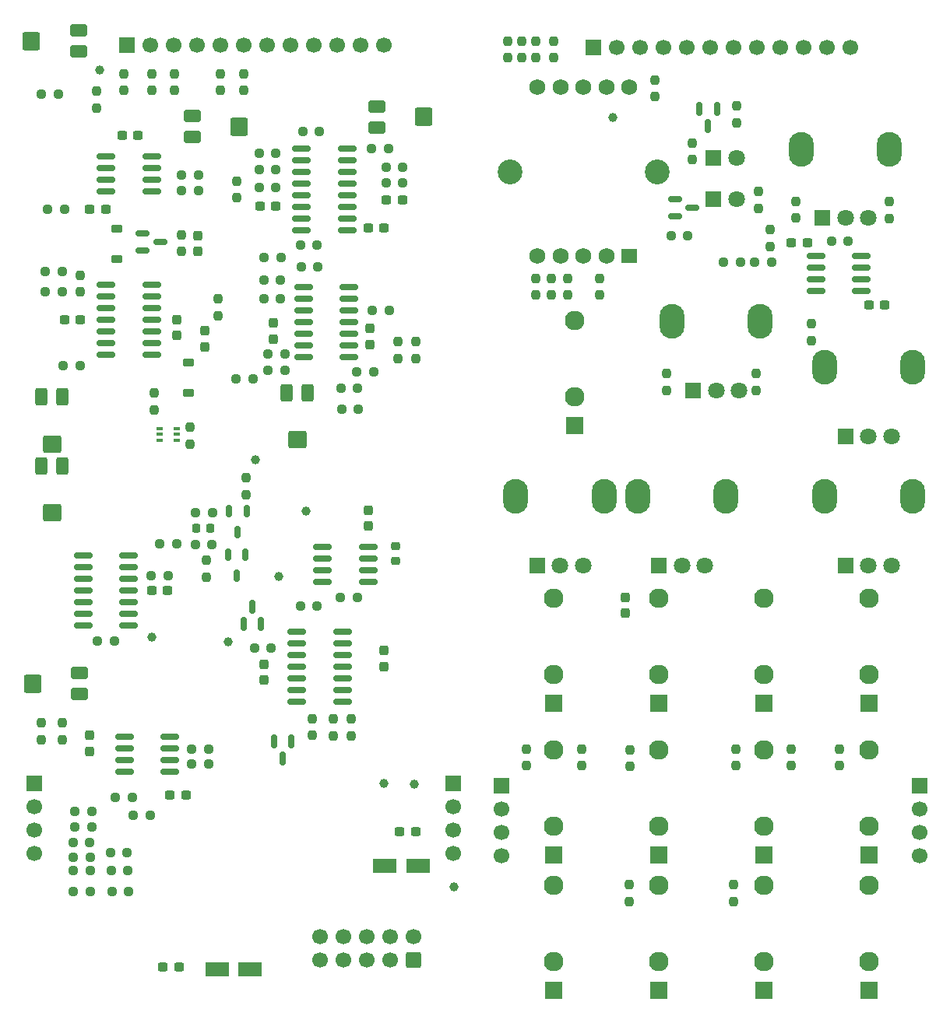
<source format=gbr>
%TF.GenerationSoftware,KiCad,Pcbnew,9.0.6*%
%TF.CreationDate,2025-11-20T09:41:43+01:00*%
%TF.ProjectId,Th-555-biondo,54682d35-3535-42d6-9269-6f6e646f2e6b,rev?*%
%TF.SameCoordinates,Original*%
%TF.FileFunction,Soldermask,Bot*%
%TF.FilePolarity,Negative*%
%FSLAX46Y46*%
G04 Gerber Fmt 4.6, Leading zero omitted, Abs format (unit mm)*
G04 Created by KiCad (PCBNEW 9.0.6) date 2025-11-20 09:41:43*
%MOMM*%
%LPD*%
G01*
G04 APERTURE LIST*
G04 Aperture macros list*
%AMRoundRect*
0 Rectangle with rounded corners*
0 $1 Rounding radius*
0 $2 $3 $4 $5 $6 $7 $8 $9 X,Y pos of 4 corners*
0 Add a 4 corners polygon primitive as box body*
4,1,4,$2,$3,$4,$5,$6,$7,$8,$9,$2,$3,0*
0 Add four circle primitives for the rounded corners*
1,1,$1+$1,$2,$3*
1,1,$1+$1,$4,$5*
1,1,$1+$1,$6,$7*
1,1,$1+$1,$8,$9*
0 Add four rect primitives between the rounded corners*
20,1,$1+$1,$2,$3,$4,$5,0*
20,1,$1+$1,$4,$5,$6,$7,0*
20,1,$1+$1,$6,$7,$8,$9,0*
20,1,$1+$1,$8,$9,$2,$3,0*%
G04 Aperture macros list end*
%ADD10R,1.930000X1.830000*%
%ADD11C,2.130000*%
%ADD12O,2.720000X3.786000*%
%ADD13R,1.800000X1.800000*%
%ADD14C,1.800000*%
%ADD15R,1.700000X1.700000*%
%ADD16C,1.700000*%
%ADD17C,2.700000*%
%ADD18C,1.750000*%
%ADD19R,1.750000X1.524000*%
%ADD20RoundRect,0.237500X0.300000X0.237500X-0.300000X0.237500X-0.300000X-0.237500X0.300000X-0.237500X0*%
%ADD21C,1.000000*%
%ADD22RoundRect,0.237500X-0.237500X0.250000X-0.237500X-0.250000X0.237500X-0.250000X0.237500X0.250000X0*%
%ADD23RoundRect,0.237500X-0.250000X-0.237500X0.250000X-0.237500X0.250000X0.237500X-0.250000X0.237500X0*%
%ADD24RoundRect,0.237500X0.250000X0.237500X-0.250000X0.237500X-0.250000X-0.237500X0.250000X-0.237500X0*%
%ADD25RoundRect,0.237500X0.237500X-0.250000X0.237500X0.250000X-0.237500X0.250000X-0.237500X-0.250000X0*%
%ADD26RoundRect,0.250000X0.400000X0.700000X-0.400000X0.700000X-0.400000X-0.700000X0.400000X-0.700000X0*%
%ADD27RoundRect,0.250000X0.750000X0.700000X-0.750000X0.700000X-0.750000X-0.700000X0.750000X-0.700000X0*%
%ADD28RoundRect,0.250000X1.050000X0.550000X-1.050000X0.550000X-1.050000X-0.550000X1.050000X-0.550000X0*%
%ADD29RoundRect,0.225000X0.225000X0.250000X-0.225000X0.250000X-0.225000X-0.250000X0.225000X-0.250000X0*%
%ADD30RoundRect,0.237500X0.237500X-0.300000X0.237500X0.300000X-0.237500X0.300000X-0.237500X-0.300000X0*%
%ADD31RoundRect,0.150000X0.825000X0.150000X-0.825000X0.150000X-0.825000X-0.150000X0.825000X-0.150000X0*%
%ADD32RoundRect,0.237500X-0.237500X0.300000X-0.237500X-0.300000X0.237500X-0.300000X0.237500X0.300000X0*%
%ADD33RoundRect,0.250000X0.600000X-0.600000X0.600000X0.600000X-0.600000X0.600000X-0.600000X-0.600000X0*%
%ADD34RoundRect,0.237500X-0.300000X-0.237500X0.300000X-0.237500X0.300000X0.237500X-0.300000X0.237500X0*%
%ADD35RoundRect,0.150000X-0.587500X-0.150000X0.587500X-0.150000X0.587500X0.150000X-0.587500X0.150000X0*%
%ADD36RoundRect,0.250000X-0.700000X0.400000X-0.700000X-0.400000X0.700000X-0.400000X0.700000X0.400000X0*%
%ADD37RoundRect,0.250000X-0.700000X0.750000X-0.700000X-0.750000X0.700000X-0.750000X0.700000X0.750000X0*%
%ADD38RoundRect,0.225000X0.250000X-0.225000X0.250000X0.225000X-0.250000X0.225000X-0.250000X-0.225000X0*%
%ADD39RoundRect,0.150000X-0.150000X0.587500X-0.150000X-0.587500X0.150000X-0.587500X0.150000X0.587500X0*%
%ADD40RoundRect,0.250000X-1.050000X-0.550000X1.050000X-0.550000X1.050000X0.550000X-1.050000X0.550000X0*%
%ADD41RoundRect,0.225000X0.375000X-0.225000X0.375000X0.225000X-0.375000X0.225000X-0.375000X-0.225000X0*%
%ADD42RoundRect,0.150000X-0.150000X0.512500X-0.150000X-0.512500X0.150000X-0.512500X0.150000X0.512500X0*%
%ADD43RoundRect,0.250000X0.700000X-0.400000X0.700000X0.400000X-0.700000X0.400000X-0.700000X-0.400000X0*%
%ADD44RoundRect,0.250000X0.700000X-0.750000X0.700000X0.750000X-0.700000X0.750000X-0.700000X-0.750000X0*%
%ADD45R,0.650000X0.400000*%
%ADD46RoundRect,0.225000X-0.375000X0.225000X-0.375000X-0.225000X0.375000X-0.225000X0.375000X0.225000X0*%
%ADD47RoundRect,0.150000X0.150000X-0.587500X0.150000X0.587500X-0.150000X0.587500X-0.150000X-0.587500X0*%
%ADD48RoundRect,0.150000X-0.825000X-0.150000X0.825000X-0.150000X0.825000X0.150000X-0.825000X0.150000X0*%
G04 APERTURE END LIST*
D10*
%TO.C,J6*%
X186050000Y-113250000D03*
D11*
X186050000Y-101850000D03*
X186050000Y-110150000D03*
%TD*%
D10*
%TO.C,J3*%
X163216666Y-113250000D03*
D11*
X163216666Y-101850000D03*
X163216666Y-110150000D03*
%TD*%
D12*
%TO.C,RV2*%
X181200000Y-76720000D03*
X190800000Y-76720000D03*
D13*
X183500000Y-84220000D03*
D14*
X186000000Y-84220000D03*
X188500000Y-84220000D03*
%TD*%
D10*
%TO.C,J2*%
X154050000Y-83030000D03*
D11*
X154050000Y-71630000D03*
X154050000Y-79930000D03*
%TD*%
D12*
%TO.C,RV6*%
X160900000Y-90750000D03*
X170500000Y-90750000D03*
D13*
X163200000Y-98250000D03*
D14*
X165700000Y-98250000D03*
X168200000Y-98250000D03*
%TD*%
D10*
%TO.C,J10*%
X163216666Y-129750000D03*
D11*
X163216666Y-118350000D03*
X163216666Y-126650000D03*
%TD*%
D10*
%TO.C,J12*%
X174633332Y-129750000D03*
D11*
X174633332Y-118350000D03*
X174633332Y-126650000D03*
%TD*%
D10*
%TO.C,J8*%
X151800000Y-129750000D03*
D11*
X151800000Y-118350000D03*
X151800000Y-126650000D03*
%TD*%
D10*
%TO.C,J11*%
X186050000Y-129750000D03*
D11*
X186050000Y-118350000D03*
X186050000Y-126650000D03*
%TD*%
D10*
%TO.C,J13*%
X163216666Y-144499999D03*
D11*
X163216666Y-133099999D03*
X163216666Y-141399999D03*
%TD*%
D12*
%TO.C,RV7*%
X181200000Y-90750000D03*
X190800000Y-90750000D03*
D13*
X183500000Y-98250000D03*
D14*
X186000000Y-98250000D03*
X188500000Y-98250000D03*
%TD*%
D13*
%TO.C,D4*%
X169110000Y-58440000D03*
D14*
X171650000Y-58440000D03*
%TD*%
D10*
%TO.C,J14*%
X151800000Y-144499999D03*
D11*
X151800000Y-133099999D03*
X151800000Y-141399999D03*
%TD*%
D12*
%TO.C,RV5*%
X147650000Y-90750000D03*
X157250000Y-90750000D03*
D13*
X149950000Y-98250000D03*
D14*
X152450000Y-98250000D03*
X154950000Y-98250000D03*
%TD*%
D10*
%TO.C,J4*%
X151800000Y-113250000D03*
D11*
X151800000Y-101850000D03*
X151800000Y-110150000D03*
%TD*%
D15*
%TO.C,J9*%
X140800000Y-122000000D03*
D16*
X140800000Y-124540000D03*
X140800000Y-127080000D03*
X140800000Y-129620000D03*
%TD*%
D17*
%TO.C,SW1*%
X147000000Y-55400000D03*
X163000000Y-55400000D03*
D18*
X160000000Y-46250000D03*
D19*
X160000000Y-64550000D03*
D18*
X157500000Y-64550000D03*
X155000000Y-64550000D03*
X152500000Y-64550000D03*
X150000000Y-64550000D03*
X150000000Y-46250000D03*
X152500000Y-46250000D03*
X155000000Y-46250000D03*
X157500000Y-46250000D03*
%TD*%
D15*
%TO.C,J7*%
X95300000Y-122000000D03*
D16*
X95300000Y-124540000D03*
X95300000Y-127080000D03*
X95300000Y-129620000D03*
%TD*%
D10*
%TO.C,J15*%
X174633332Y-144499999D03*
D11*
X174633332Y-133099999D03*
X174633332Y-141399999D03*
%TD*%
D15*
%TO.C,J1*%
X105375000Y-41620000D03*
D16*
X107915000Y-41620000D03*
X110455000Y-41620000D03*
X112995000Y-41620000D03*
X115535000Y-41620000D03*
X118075000Y-41620000D03*
X120615000Y-41620000D03*
X123155000Y-41620000D03*
X125695000Y-41620000D03*
X128235000Y-41620000D03*
X130775000Y-41620000D03*
X133315000Y-41620000D03*
%TD*%
D10*
%TO.C,J5*%
X174633332Y-113250000D03*
D11*
X174633332Y-101850000D03*
X174633332Y-110150000D03*
%TD*%
D10*
%TO.C,J16*%
X186050000Y-144499999D03*
D11*
X186050000Y-133099999D03*
X186050000Y-141399999D03*
%TD*%
D13*
%TO.C,D3*%
X169120000Y-53950000D03*
D14*
X171660000Y-53950000D03*
%TD*%
D12*
%TO.C,RV3*%
X164640000Y-71720000D03*
X174240000Y-71720000D03*
D13*
X166940000Y-79220000D03*
D14*
X169440000Y-79220000D03*
X171940000Y-79220000D03*
%TD*%
D12*
%TO.C,RV1*%
X178680000Y-52960000D03*
X188280000Y-52960000D03*
D13*
X180980000Y-60460000D03*
D14*
X183480000Y-60460000D03*
X185980000Y-60460000D03*
%TD*%
D20*
%TO.C,C20*%
X111775000Y-123250000D03*
X110050000Y-123250000D03*
%TD*%
D21*
%TO.C,TP5*%
X121875000Y-99500000D03*
%TD*%
%TO.C,TP7*%
X136600000Y-122040000D03*
%TD*%
D20*
%TO.C,C8*%
X187750000Y-69930000D03*
X186025000Y-69930000D03*
%TD*%
D22*
%TO.C,R71*%
X129750000Y-115000000D03*
X129750000Y-116825000D03*
%TD*%
D23*
%TO.C,R93*%
X128575000Y-101750000D03*
X130400000Y-101750000D03*
%TD*%
D15*
%TO.C,J18*%
X191550000Y-122270000D03*
D16*
X191550000Y-124810000D03*
X191550000Y-127350000D03*
X191550000Y-129890000D03*
%TD*%
D24*
%TO.C,R76*%
X101325000Y-128450000D03*
X99500000Y-128450000D03*
%TD*%
D25*
%TO.C,R6*%
X149800000Y-43000000D03*
X149800000Y-41175000D03*
%TD*%
D26*
%TO.C,RV11*%
X122750000Y-79500000D03*
D27*
X123900000Y-84600000D03*
D26*
X125050000Y-79500000D03*
%TD*%
D24*
%TO.C,R75*%
X166340000Y-62390000D03*
X164515000Y-62390000D03*
%TD*%
D22*
%TO.C,R25*%
X110550000Y-44750000D03*
X110550000Y-46575000D03*
%TD*%
D26*
%TO.C,RV13*%
X96070000Y-87450000D03*
D27*
X97220000Y-92550000D03*
D26*
X98370000Y-87450000D03*
%TD*%
D22*
%TO.C,R38*%
X149800000Y-67000000D03*
X149800000Y-68825000D03*
%TD*%
D25*
%TO.C,R5*%
X162750000Y-47250000D03*
X162750000Y-45425000D03*
%TD*%
%TO.C,R90*%
X113975000Y-99550000D03*
X113975000Y-97725000D03*
%TD*%
D22*
%TO.C,R69*%
X127800000Y-115000000D03*
X127800000Y-116825000D03*
%TD*%
%TO.C,R56*%
X108300000Y-79500000D03*
X108300000Y-81325000D03*
%TD*%
D28*
%TO.C,C22*%
X118750000Y-142250000D03*
X115150000Y-142250000D03*
%TD*%
D29*
%TO.C,C24*%
X114450000Y-94225000D03*
X112900000Y-94225000D03*
%TD*%
D24*
%TO.C,R79*%
X101375000Y-130025000D03*
X99550000Y-130025000D03*
%TD*%
D22*
%TO.C,R96*%
X174000000Y-57600000D03*
X174000000Y-59425000D03*
%TD*%
D23*
%TO.C,R80*%
X99550000Y-133750000D03*
X101375000Y-133750000D03*
%TD*%
%TO.C,R51*%
X128637500Y-79000000D03*
X130462500Y-79000000D03*
%TD*%
D24*
%TO.C,R55*%
X98300000Y-66250000D03*
X96475000Y-66250000D03*
%TD*%
D22*
%TO.C,R70*%
X125550000Y-114925000D03*
X125550000Y-116750000D03*
%TD*%
D30*
%TO.C,C15*%
X133300000Y-109250000D03*
X133300000Y-107525000D03*
%TD*%
D23*
%TO.C,R12*%
X133550000Y-56650000D03*
X135375000Y-56650000D03*
%TD*%
D24*
%TO.C,R98*%
X114250000Y-118230000D03*
X112425000Y-118230000D03*
%TD*%
%TO.C,R48*%
X130550000Y-81250000D03*
X128725000Y-81250000D03*
%TD*%
D23*
%TO.C,R88*%
X104137500Y-123500000D03*
X105962500Y-123500000D03*
%TD*%
D31*
%TO.C,U3*%
X185240000Y-64580000D03*
X185240000Y-65850000D03*
X185240000Y-67120000D03*
X185240000Y-68390000D03*
X180290000Y-68390000D03*
X180290000Y-67120000D03*
X180290000Y-65850000D03*
X180290000Y-64580000D03*
%TD*%
D23*
%TO.C,R22*%
X111300000Y-57500000D03*
X113125000Y-57500000D03*
%TD*%
D25*
%TO.C,R53*%
X112250000Y-85075000D03*
X112250000Y-83250000D03*
%TD*%
D24*
%TO.C,R30*%
X175435000Y-65270000D03*
X173610000Y-65270000D03*
%TD*%
D21*
%TO.C,TP1*%
X119375000Y-86800000D03*
%TD*%
D32*
%TO.C,C14*%
X159550000Y-101750000D03*
X159550000Y-103475000D03*
%TD*%
D20*
%TO.C,C17*%
X109775000Y-101000000D03*
X108050000Y-101000000D03*
%TD*%
D25*
%TO.C,R10*%
X117300000Y-58250000D03*
X117300000Y-56425000D03*
%TD*%
D23*
%TO.C,R13*%
X124225000Y-63400000D03*
X126050000Y-63400000D03*
%TD*%
D33*
%TO.C,J20*%
X136500000Y-141250000D03*
D16*
X136500000Y-138710000D03*
X133960000Y-141250000D03*
X133960000Y-138710000D03*
X131420000Y-141250000D03*
X131420000Y-138710000D03*
X128880000Y-141250000D03*
X128880000Y-138710000D03*
X126340000Y-141250000D03*
X126340000Y-138710000D03*
%TD*%
D25*
%TO.C,R19*%
X102050000Y-48500000D03*
X102050000Y-46675000D03*
%TD*%
D30*
%TO.C,C9*%
X131800000Y-74225000D03*
X131800000Y-72500000D03*
%TD*%
D22*
%TO.C,R61*%
X177550000Y-118250000D03*
X177550000Y-120075000D03*
%TD*%
%TO.C,R83*%
X96050000Y-115425000D03*
X96050000Y-117250000D03*
%TD*%
%TO.C,R29*%
X164060000Y-77405000D03*
X164060000Y-79230000D03*
%TD*%
D23*
%TO.C,R54*%
X96475000Y-68500000D03*
X98300000Y-68500000D03*
%TD*%
%TO.C,R59*%
X119225000Y-107250000D03*
X121050000Y-107250000D03*
%TD*%
%TO.C,R89*%
X108950000Y-95950000D03*
X110775000Y-95950000D03*
%TD*%
D25*
%TO.C,R49*%
X136800000Y-75750000D03*
X136800000Y-73925000D03*
%TD*%
D31*
%TO.C,U7*%
X128800000Y-105440000D03*
X128800000Y-106710000D03*
X128800000Y-107980000D03*
X128800000Y-109250000D03*
X128800000Y-110520000D03*
X128800000Y-111790000D03*
X128800000Y-113060000D03*
X123850000Y-113060000D03*
X123850000Y-111790000D03*
X123850000Y-110520000D03*
X123850000Y-109250000D03*
X123850000Y-107980000D03*
X123850000Y-106710000D03*
X123850000Y-105440000D03*
%TD*%
%TO.C,U9*%
X110050000Y-116940000D03*
X110050000Y-118210000D03*
X110050000Y-119480000D03*
X110050000Y-120750000D03*
X105100000Y-120750000D03*
X105100000Y-119480000D03*
X105100000Y-118210000D03*
X105100000Y-116940000D03*
%TD*%
D25*
%TO.C,R2*%
X188220000Y-60505000D03*
X188220000Y-58680000D03*
%TD*%
D23*
%TO.C,R94*%
X124225000Y-102725000D03*
X126050000Y-102725000D03*
%TD*%
D24*
%TO.C,R52*%
X122125000Y-64750000D03*
X120300000Y-64750000D03*
%TD*%
D22*
%TO.C,R91*%
X171620000Y-48275000D03*
X171620000Y-50100000D03*
%TD*%
D23*
%TO.C,R73*%
X106050000Y-125500000D03*
X107875000Y-125500000D03*
%TD*%
D25*
%TO.C,R95*%
X166810000Y-54092500D03*
X166810000Y-52267500D03*
%TD*%
%TO.C,R4*%
X146750000Y-43000000D03*
X146750000Y-41175000D03*
%TD*%
%TO.C,R65*%
X154800000Y-120075000D03*
X154800000Y-118250000D03*
%TD*%
D20*
%TO.C,C7*%
X179322500Y-63120000D03*
X177597500Y-63120000D03*
%TD*%
D34*
%TO.C,C5*%
X101325000Y-59500000D03*
X103050000Y-59500000D03*
%TD*%
D23*
%TO.C,R97*%
X112430000Y-119860000D03*
X114255000Y-119860000D03*
%TD*%
D25*
%TO.C,R34*%
X175340000Y-63560000D03*
X175340000Y-61735000D03*
%TD*%
D30*
%TO.C,C13*%
X113800000Y-74475000D03*
X113800000Y-72750000D03*
%TD*%
%TO.C,C10*%
X121300000Y-73612500D03*
X121300000Y-71887500D03*
%TD*%
D34*
%TO.C,C18*%
X135025000Y-127250000D03*
X136750000Y-127250000D03*
%TD*%
D24*
%TO.C,R15*%
X121550000Y-53400000D03*
X119725000Y-53400000D03*
%TD*%
D22*
%TO.C,R50*%
X115300000Y-69250000D03*
X115300000Y-71075000D03*
%TD*%
D23*
%TO.C,R74*%
X99550000Y-131500000D03*
X101375000Y-131500000D03*
%TD*%
D22*
%TO.C,R24*%
X108050000Y-44750000D03*
X108050000Y-46575000D03*
%TD*%
D31*
%TO.C,U5*%
X108050000Y-67730000D03*
X108050000Y-69000000D03*
X108050000Y-70270000D03*
X108050000Y-71540000D03*
X108050000Y-72810000D03*
X108050000Y-74080000D03*
X108050000Y-75350000D03*
X103100000Y-75350000D03*
X103100000Y-74080000D03*
X103100000Y-72810000D03*
X103100000Y-71540000D03*
X103100000Y-70270000D03*
X103100000Y-69000000D03*
X103100000Y-67730000D03*
%TD*%
D35*
%TO.C,Q1*%
X107100000Y-64000000D03*
X107100000Y-62100000D03*
X108975000Y-63050000D03*
%TD*%
D24*
%TO.C,R26*%
X113125000Y-55750000D03*
X111300000Y-55750000D03*
%TD*%
D22*
%TO.C,R35*%
X156800000Y-67000000D03*
X156800000Y-68825000D03*
%TD*%
D20*
%TO.C,C1*%
X121550000Y-59150000D03*
X119825000Y-59150000D03*
%TD*%
D25*
%TO.C,R63*%
X171300000Y-134825000D03*
X171300000Y-133000000D03*
%TD*%
%TO.C,R28*%
X173800000Y-79230000D03*
X173800000Y-77405000D03*
%TD*%
%TO.C,R27*%
X111300000Y-64100000D03*
X111300000Y-62275000D03*
%TD*%
D22*
%TO.C,R17*%
X118050000Y-44750000D03*
X118050000Y-46575000D03*
%TD*%
D24*
%TO.C,R58*%
X100275000Y-76555000D03*
X98450000Y-76555000D03*
%TD*%
D21*
%TO.C,TP8*%
X140900000Y-133290000D03*
%TD*%
D22*
%TO.C,R77*%
X118350000Y-88750000D03*
X118350000Y-90575000D03*
%TD*%
D35*
%TO.C,Q7*%
X164960000Y-60300000D03*
X164960000Y-58400000D03*
X166835000Y-59350000D03*
%TD*%
D21*
%TO.C,TP4*%
X108075000Y-106100000D03*
%TD*%
D25*
%TO.C,R43*%
X134800000Y-75750000D03*
X134800000Y-73925000D03*
%TD*%
D24*
%TO.C,R60*%
X104000000Y-106500000D03*
X102175000Y-106500000D03*
%TD*%
D36*
%TO.C,RV8*%
X112450000Y-51650000D03*
D37*
X117550000Y-50500000D03*
D36*
X112450000Y-49350000D03*
%TD*%
D22*
%TO.C,R36*%
X151550000Y-67000000D03*
X151550000Y-68825000D03*
%TD*%
D32*
%TO.C,C6*%
X113050000Y-62375000D03*
X113050000Y-64100000D03*
%TD*%
D38*
%TO.C,C25*%
X134600000Y-97750000D03*
X134600000Y-96200000D03*
%TD*%
D21*
%TO.C,TP9*%
X133325000Y-122025000D03*
%TD*%
D34*
%TO.C,C2*%
X133575000Y-58500000D03*
X135300000Y-58500000D03*
%TD*%
D24*
%TO.C,R9*%
X135375000Y-54900000D03*
X133550000Y-54900000D03*
%TD*%
D23*
%TO.C,R8*%
X131975000Y-52900000D03*
X133800000Y-52900000D03*
%TD*%
D22*
%TO.C,R18*%
X115550000Y-44750000D03*
X115550000Y-46575000D03*
%TD*%
D23*
%TO.C,R82*%
X112825000Y-92525000D03*
X114650000Y-92525000D03*
%TD*%
D39*
%TO.C,Q6*%
X167610000Y-48562500D03*
X169510000Y-48562500D03*
X168560000Y-50437500D03*
%TD*%
D32*
%TO.C,C11*%
X110800000Y-71500000D03*
X110800000Y-73225000D03*
%TD*%
D40*
%TO.C,C19*%
X133400000Y-131000000D03*
X137000000Y-131000000D03*
%TD*%
D25*
%TO.C,R20*%
X105050000Y-46575000D03*
X105050000Y-44750000D03*
%TD*%
D31*
%TO.C,U1*%
X129300000Y-52880000D03*
X129300000Y-54150000D03*
X129300000Y-55420000D03*
X129300000Y-56690000D03*
X129300000Y-57960000D03*
X129300000Y-59230000D03*
X129300000Y-60500000D03*
X129300000Y-61770000D03*
X124350000Y-61770000D03*
X124350000Y-60500000D03*
X124350000Y-59230000D03*
X124350000Y-57960000D03*
X124350000Y-56690000D03*
X124350000Y-55420000D03*
X124350000Y-54150000D03*
X124350000Y-52880000D03*
%TD*%
D32*
%TO.C,C21*%
X101300000Y-116775000D03*
X101300000Y-118500000D03*
%TD*%
D41*
%TO.C,D2*%
X112050000Y-79500000D03*
X112050000Y-76200000D03*
%TD*%
D23*
%TO.C,R16*%
X119725000Y-55150000D03*
X121550000Y-55150000D03*
%TD*%
D25*
%TO.C,R7*%
X151800000Y-43000000D03*
X151800000Y-41175000D03*
%TD*%
D24*
%TO.C,R31*%
X183795000Y-62940000D03*
X181970000Y-62940000D03*
%TD*%
D36*
%TO.C,RV9*%
X132550000Y-50600000D03*
D37*
X137650000Y-49450000D03*
D36*
X132550000Y-48300000D03*
%TD*%
D23*
%TO.C,R86*%
X103725000Y-133750000D03*
X105550000Y-133750000D03*
%TD*%
D34*
%TO.C,C4*%
X104825000Y-51500000D03*
X106550000Y-51500000D03*
%TD*%
D20*
%TO.C,C3*%
X133300000Y-61500000D03*
X131575000Y-61500000D03*
%TD*%
D24*
%TO.C,R14*%
X126300000Y-51000000D03*
X124475000Y-51000000D03*
%TD*%
D31*
%TO.C,U8*%
X105550000Y-97150000D03*
X105550000Y-98420000D03*
X105550000Y-99690000D03*
X105550000Y-100960000D03*
X105550000Y-102230000D03*
X105550000Y-103500000D03*
X105550000Y-104770000D03*
X100600000Y-104770000D03*
X100600000Y-103500000D03*
X100600000Y-102230000D03*
X100600000Y-100960000D03*
X100600000Y-99690000D03*
X100600000Y-98420000D03*
X100600000Y-97150000D03*
%TD*%
D21*
%TO.C,TP6*%
X102400000Y-44350000D03*
%TD*%
D42*
%TO.C,Q5*%
X118240000Y-97125000D03*
X116340000Y-97125000D03*
X117290000Y-99400000D03*
%TD*%
D24*
%TO.C,R21*%
X97875000Y-47000000D03*
X96050000Y-47000000D03*
%TD*%
D25*
%TO.C,R3*%
X148250000Y-43000000D03*
X148250000Y-41175000D03*
%TD*%
D23*
%TO.C,R47*%
X120725000Y-75250000D03*
X122550000Y-75250000D03*
%TD*%
D31*
%TO.C,U2*%
X108050000Y-53710000D03*
X108050000Y-54980000D03*
X108050000Y-56250000D03*
X108050000Y-57520000D03*
X103100000Y-57520000D03*
X103100000Y-56250000D03*
X103100000Y-54980000D03*
X103100000Y-53710000D03*
%TD*%
D25*
%TO.C,R62*%
X182800000Y-120075000D03*
X182800000Y-118250000D03*
%TD*%
D23*
%TO.C,R87*%
X112800000Y-96000000D03*
X114625000Y-96000000D03*
%TD*%
D43*
%TO.C,RV14*%
X100225000Y-109975000D03*
D44*
X95125000Y-111125000D03*
D43*
X100225000Y-112275000D03*
%TD*%
D23*
%TO.C,R11*%
X119725000Y-57150000D03*
X121550000Y-57150000D03*
%TD*%
%TO.C,R85*%
X99725000Y-126750000D03*
X101550000Y-126750000D03*
%TD*%
D25*
%TO.C,R68*%
X159962500Y-134825000D03*
X159962500Y-133000000D03*
%TD*%
%TO.C,R84*%
X98300000Y-117250000D03*
X98300000Y-115425000D03*
%TD*%
%TO.C,R64*%
X171550000Y-120075000D03*
X171550000Y-118250000D03*
%TD*%
D24*
%TO.C,R46*%
X133875000Y-70500000D03*
X132050000Y-70500000D03*
%TD*%
D45*
%TO.C,U6*%
X110800000Y-83350000D03*
X110800000Y-84000000D03*
X110800000Y-84650000D03*
X108900000Y-84650000D03*
X108900000Y-84000000D03*
X108900000Y-83350000D03*
%TD*%
D23*
%TO.C,R45*%
X120225000Y-67250000D03*
X122050000Y-67250000D03*
%TD*%
D22*
%TO.C,R32*%
X179780000Y-71950000D03*
X179780000Y-73775000D03*
%TD*%
D31*
%TO.C,U4*%
X129500000Y-67940000D03*
X129500000Y-69210000D03*
X129500000Y-70480000D03*
X129500000Y-71750000D03*
X129500000Y-73020000D03*
X129500000Y-74290000D03*
X129500000Y-75560000D03*
X124550000Y-75560000D03*
X124550000Y-74290000D03*
X124550000Y-73020000D03*
X124550000Y-71750000D03*
X124550000Y-70480000D03*
X124550000Y-69210000D03*
X124550000Y-67940000D03*
%TD*%
D22*
%TO.C,R67*%
X148800000Y-118250000D03*
X148800000Y-120075000D03*
%TD*%
D46*
%TO.C,D1*%
X104300000Y-61600000D03*
X104300000Y-64900000D03*
%TD*%
D25*
%TO.C,R66*%
X160050000Y-120162500D03*
X160050000Y-118337500D03*
%TD*%
D26*
%TO.C,RV12*%
X96070000Y-79950000D03*
D27*
X97220000Y-85050000D03*
D26*
X98370000Y-79950000D03*
%TD*%
D34*
%TO.C,C12*%
X98575000Y-71500000D03*
X100300000Y-71500000D03*
%TD*%
D24*
%TO.C,R92*%
X109825000Y-99400000D03*
X108000000Y-99400000D03*
%TD*%
D39*
%TO.C,Q3*%
X121350000Y-117375000D03*
X123250000Y-117375000D03*
X122300000Y-119250000D03*
%TD*%
D24*
%TO.C,R81*%
X105462500Y-131500000D03*
X103637500Y-131500000D03*
%TD*%
%TO.C,R23*%
X98550000Y-59500000D03*
X96725000Y-59500000D03*
%TD*%
D21*
%TO.C,TP2*%
X124870000Y-92320000D03*
%TD*%
D15*
%TO.C,J17*%
X156100000Y-41890000D03*
D16*
X158640000Y-41890000D03*
X161180000Y-41890000D03*
X163720000Y-41890000D03*
X166260000Y-41890000D03*
X168800000Y-41890000D03*
X171340000Y-41890000D03*
X173880000Y-41890000D03*
X176420000Y-41890000D03*
X178960000Y-41890000D03*
X181500000Y-41890000D03*
X184040000Y-41890000D03*
%TD*%
D23*
%TO.C,R78*%
X103550000Y-129500000D03*
X105375000Y-129500000D03*
%TD*%
%TO.C,R44*%
X117225000Y-78000000D03*
X119050000Y-78000000D03*
%TD*%
D21*
%TO.C,TP3*%
X116375000Y-106575000D03*
%TD*%
D47*
%TO.C,Q2*%
X119925000Y-104650000D03*
X118025000Y-104650000D03*
X118975000Y-102775000D03*
%TD*%
D21*
%TO.C,TP10*%
X158180000Y-49490000D03*
%TD*%
D22*
%TO.C,R37*%
X153300000Y-67000000D03*
X153300000Y-68825000D03*
%TD*%
D23*
%TO.C,R42*%
X120725000Y-77000000D03*
X122550000Y-77000000D03*
%TD*%
D15*
%TO.C,J19*%
X146050000Y-122270000D03*
D16*
X146050000Y-124810000D03*
X146050000Y-127350000D03*
X146050000Y-129890000D03*
%TD*%
D43*
%TO.C,RV10*%
X100075000Y-40025000D03*
D44*
X94975000Y-41175000D03*
D43*
X100075000Y-42325000D03*
%TD*%
D24*
%TO.C,R72*%
X101550000Y-125000000D03*
X99725000Y-125000000D03*
%TD*%
D25*
%TO.C,R57*%
X100300000Y-68500000D03*
X100300000Y-66675000D03*
%TD*%
D24*
%TO.C,R41*%
X126125000Y-65750000D03*
X124300000Y-65750000D03*
%TD*%
D42*
%TO.C,Q4*%
X118380000Y-92365000D03*
X116480000Y-92365000D03*
X117430000Y-94640000D03*
%TD*%
D24*
%TO.C,R40*%
X122050000Y-69250000D03*
X120225000Y-69250000D03*
%TD*%
D30*
%TO.C,C16*%
X120300000Y-110750000D03*
X120300000Y-109025000D03*
%TD*%
D22*
%TO.C,R1*%
X178120000Y-58645000D03*
X178120000Y-60470000D03*
%TD*%
D24*
%TO.C,R33*%
X172060000Y-65260000D03*
X170235000Y-65260000D03*
%TD*%
D20*
%TO.C,C23*%
X111000000Y-142000000D03*
X109275000Y-142000000D03*
%TD*%
D48*
%TO.C,U10*%
X126650000Y-100025000D03*
X126650000Y-98755000D03*
X126650000Y-97485000D03*
X126650000Y-96215000D03*
X131600000Y-96215000D03*
X131600000Y-97485000D03*
X131600000Y-98755000D03*
X131600000Y-100025000D03*
%TD*%
D24*
%TO.C,R39*%
X132200000Y-77200000D03*
X130375000Y-77200000D03*
%TD*%
D32*
%TO.C,C26*%
X131600000Y-92250000D03*
X131600000Y-93975000D03*
%TD*%
M02*

</source>
